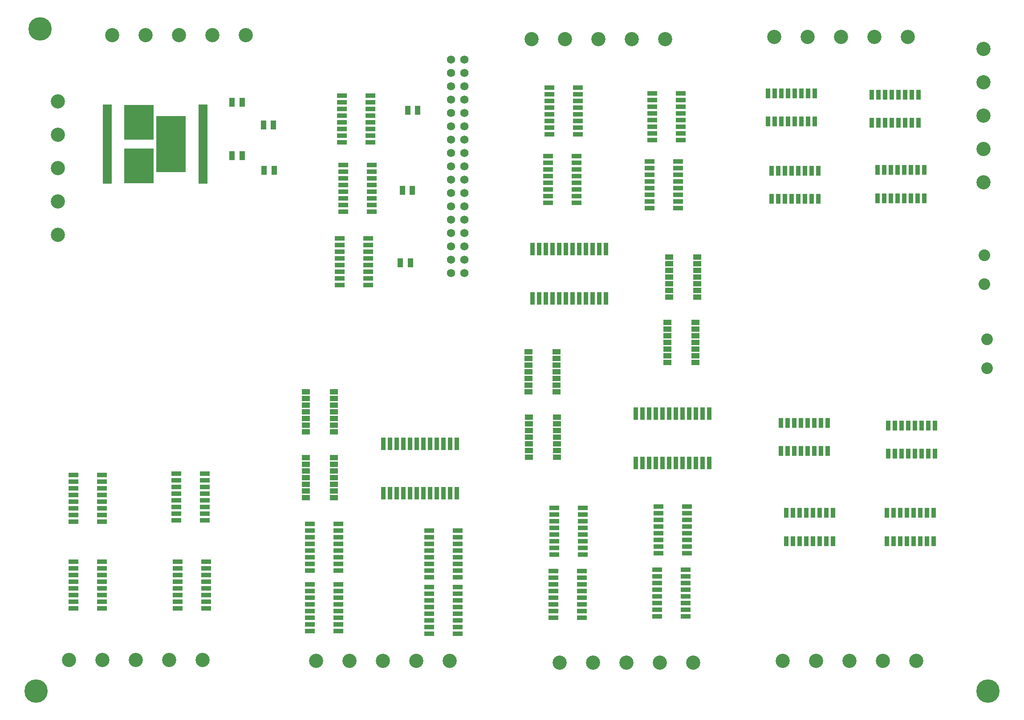
<source format=gbs>
G04 #@! TF.FileFunction,Soldermask,Bot*
%FSLAX46Y46*%
G04 Gerber Fmt 4.6, Leading zero omitted, Abs format (unit mm)*
G04 Created by KiCad (PCBNEW 4.0.2-stable) date Mon 18 Apr 2016 07:01:49 PM CST*
%MOMM*%
G01*
G04 APERTURE LIST*
%ADD10C,0.100000*%
%ADD11R,5.650000X6.630000*%
%ADD12R,5.650000X10.700000*%
%ADD13R,1.700000X1.065000*%
%ADD14C,1.557000*%
%ADD15R,1.100000X1.700000*%
%ADD16C,2.700000*%
%ADD17C,2.220000*%
%ADD18R,1.900000X0.950000*%
%ADD19R,0.950000X2.350000*%
%ADD20R,1.580000X0.980000*%
%ADD21R,0.950000X1.900000*%
%ADD22C,4.464000*%
G04 APERTURE END LIST*
D10*
D11*
X38225000Y-55727000D03*
X38225000Y-47397000D03*
D12*
X44325000Y-51562000D03*
D13*
X50375000Y-44562000D03*
X50375000Y-45562000D03*
X50375000Y-46562000D03*
X50375000Y-47562000D03*
X50375000Y-48562000D03*
X50375000Y-49562000D03*
X50375000Y-50562000D03*
X50375000Y-51562000D03*
X50375000Y-52562000D03*
X50375000Y-53562000D03*
X50375000Y-54562000D03*
X50375000Y-55562000D03*
X50375000Y-56562000D03*
X50375000Y-57562000D03*
X50375000Y-58562000D03*
X32175000Y-58562000D03*
X32175000Y-57562000D03*
X32175000Y-56562000D03*
X32175000Y-55562000D03*
X32175000Y-54562000D03*
X32175000Y-53562000D03*
X32175000Y-52562000D03*
X32175000Y-51562000D03*
X32175000Y-50562000D03*
X32175000Y-49562000D03*
X32175000Y-48562000D03*
X32175000Y-47562000D03*
X32175000Y-46562000D03*
X32175000Y-45562000D03*
X32175000Y-44562000D03*
D14*
X100076000Y-76073000D03*
X97536000Y-76073000D03*
X100076000Y-73533000D03*
X97536000Y-73533000D03*
X100076000Y-70993000D03*
X97536000Y-70993000D03*
X100076000Y-68453000D03*
X97536000Y-68453000D03*
X100076000Y-65913000D03*
X97536000Y-65913000D03*
X100076000Y-63373000D03*
X97536000Y-63373000D03*
X100076000Y-60833000D03*
X97536000Y-60833000D03*
X100076000Y-58293000D03*
X97536000Y-58293000D03*
X100076000Y-55753000D03*
X97536000Y-55753000D03*
X100076000Y-53213000D03*
X97536000Y-53213000D03*
X100076000Y-50673000D03*
X97536000Y-50673000D03*
X100076000Y-48133000D03*
X97536000Y-48133000D03*
X100076000Y-45593000D03*
X97536000Y-45593000D03*
X100076000Y-43053000D03*
X97536000Y-43053000D03*
X100076000Y-40513000D03*
X97536000Y-40513000D03*
X100076000Y-37973000D03*
X97536000Y-37973000D03*
X100076000Y-35433000D03*
X97536000Y-35433000D03*
D15*
X62042000Y-56515000D03*
X63942000Y-56515000D03*
X55946000Y-43561000D03*
X57846000Y-43561000D03*
X61915000Y-47879000D03*
X63815000Y-47879000D03*
D16*
X160655000Y-149937000D03*
X167005000Y-149937000D03*
X173355000Y-149937000D03*
X179705000Y-149937000D03*
X186055000Y-149937000D03*
X50292000Y-149783000D03*
X43942000Y-149783000D03*
X37592000Y-149783000D03*
X31242000Y-149783000D03*
X24892000Y-149783000D03*
X71882000Y-149937000D03*
X78232000Y-149937000D03*
X84582000Y-149937000D03*
X90932000Y-149937000D03*
X97282000Y-149937000D03*
X22810000Y-68834000D03*
X22810000Y-62484000D03*
X22810000Y-56134000D03*
X22810000Y-49784000D03*
X22810000Y-43434000D03*
X33147000Y-30811000D03*
X39497000Y-30811000D03*
X45847000Y-30811000D03*
X52197000Y-30811000D03*
X58547000Y-30811000D03*
D17*
X199517000Y-88690000D03*
X199517000Y-94190000D03*
X199009000Y-78188000D03*
X199009000Y-72688000D03*
D16*
X118237000Y-150318000D03*
X124587000Y-150318000D03*
X130937000Y-150318000D03*
X137287000Y-150318000D03*
X143637000Y-150318000D03*
X112903000Y-31573000D03*
X119253000Y-31573000D03*
X125603000Y-31573000D03*
X131953000Y-31573000D03*
X138303000Y-31573000D03*
D18*
X81821000Y-69469000D03*
X81821000Y-70739000D03*
X81821000Y-72009000D03*
X81821000Y-73279000D03*
X81821000Y-74549000D03*
X81821000Y-75819000D03*
X81821000Y-77089000D03*
X81821000Y-78359000D03*
X76421000Y-78359000D03*
X76421000Y-77089000D03*
X76421000Y-75819000D03*
X76421000Y-74549000D03*
X76421000Y-73279000D03*
X76421000Y-72009000D03*
X76421000Y-70739000D03*
X76421000Y-69469000D03*
X82202000Y-42291000D03*
X82202000Y-43561000D03*
X82202000Y-44831000D03*
X82202000Y-46101000D03*
X82202000Y-47371000D03*
X82202000Y-48641000D03*
X82202000Y-49911000D03*
X82202000Y-51181000D03*
X76802000Y-51181000D03*
X76802000Y-49911000D03*
X76802000Y-48641000D03*
X76802000Y-47371000D03*
X76802000Y-46101000D03*
X76802000Y-44831000D03*
X76802000Y-43561000D03*
X76802000Y-42291000D03*
X82456000Y-55499000D03*
X82456000Y-56769000D03*
X82456000Y-58039000D03*
X82456000Y-59309000D03*
X82456000Y-60579000D03*
X82456000Y-61849000D03*
X82456000Y-63119000D03*
X82456000Y-64389000D03*
X77056000Y-64389000D03*
X77056000Y-63119000D03*
X77056000Y-61849000D03*
X77056000Y-60579000D03*
X77056000Y-59309000D03*
X77056000Y-58039000D03*
X77056000Y-56769000D03*
X77056000Y-55499000D03*
D16*
X159004000Y-31192000D03*
X165354000Y-31192000D03*
X171704000Y-31192000D03*
X178054000Y-31192000D03*
X184404000Y-31192000D03*
X198832000Y-58801000D03*
X198832000Y-52451000D03*
X198832000Y-46101000D03*
X198832000Y-39751000D03*
X198832000Y-33401000D03*
D15*
X89347000Y-45085000D03*
X91247000Y-45085000D03*
X87950000Y-74168000D03*
X89850000Y-74168000D03*
X88331000Y-60325000D03*
X90231000Y-60325000D03*
X55946000Y-53721000D03*
X57846000Y-53721000D03*
D19*
X127017000Y-80900000D03*
X125747000Y-80900000D03*
X124477000Y-80900000D03*
X123207000Y-80900000D03*
X121937000Y-80900000D03*
X120667000Y-80900000D03*
X119397000Y-80900000D03*
X118127000Y-80900000D03*
X116857000Y-80900000D03*
X115587000Y-80900000D03*
X114317000Y-80900000D03*
X113047000Y-80900000D03*
X113047000Y-71500000D03*
X114317000Y-71500000D03*
X115587000Y-71500000D03*
X116857000Y-71500000D03*
X118127000Y-71500000D03*
X119397000Y-71500000D03*
X120667000Y-71500000D03*
X121937000Y-71500000D03*
X123207000Y-71500000D03*
X124477000Y-71500000D03*
X125747000Y-71500000D03*
X127017000Y-71500000D03*
D20*
X144011000Y-85471000D03*
X144011000Y-86741000D03*
X144011000Y-88011000D03*
X144011000Y-89281000D03*
X144011000Y-90551000D03*
X144011000Y-91821000D03*
X144011000Y-93091000D03*
X138691000Y-93091000D03*
X138691000Y-91821000D03*
X138691000Y-90551000D03*
X138691000Y-89281000D03*
X138691000Y-88011000D03*
X138691000Y-86741000D03*
X138691000Y-85471000D03*
D18*
X116045000Y-62738000D03*
X116045000Y-61468000D03*
X116045000Y-60198000D03*
X116045000Y-58928000D03*
X116045000Y-57658000D03*
X116045000Y-56388000D03*
X116045000Y-55118000D03*
X116045000Y-53848000D03*
X121445000Y-53848000D03*
X121445000Y-55118000D03*
X121445000Y-56388000D03*
X121445000Y-57658000D03*
X121445000Y-58928000D03*
X121445000Y-60198000D03*
X121445000Y-61468000D03*
X121445000Y-62738000D03*
X116299000Y-49657000D03*
X116299000Y-48387000D03*
X116299000Y-47117000D03*
X116299000Y-45847000D03*
X116299000Y-44577000D03*
X116299000Y-43307000D03*
X116299000Y-42037000D03*
X116299000Y-40767000D03*
X121699000Y-40767000D03*
X121699000Y-42037000D03*
X121699000Y-43307000D03*
X121699000Y-44577000D03*
X121699000Y-45847000D03*
X121699000Y-47117000D03*
X121699000Y-48387000D03*
X121699000Y-49657000D03*
X140749000Y-54864000D03*
X140749000Y-56134000D03*
X140749000Y-57404000D03*
X140749000Y-58674000D03*
X140749000Y-59944000D03*
X140749000Y-61214000D03*
X140749000Y-62484000D03*
X140749000Y-63754000D03*
X135349000Y-63754000D03*
X135349000Y-62484000D03*
X135349000Y-61214000D03*
X135349000Y-59944000D03*
X135349000Y-58674000D03*
X135349000Y-57404000D03*
X135349000Y-56134000D03*
X135349000Y-54864000D03*
X141257000Y-41910000D03*
X141257000Y-43180000D03*
X141257000Y-44450000D03*
X141257000Y-45720000D03*
X141257000Y-46990000D03*
X141257000Y-48260000D03*
X141257000Y-49530000D03*
X141257000Y-50800000D03*
X135857000Y-50800000D03*
X135857000Y-49530000D03*
X135857000Y-48260000D03*
X135857000Y-46990000D03*
X135857000Y-45720000D03*
X135857000Y-44450000D03*
X135857000Y-43180000D03*
X135857000Y-41910000D03*
D19*
X132698000Y-102869000D03*
X133968000Y-102869000D03*
X135238000Y-102869000D03*
X136508000Y-102869000D03*
X137778000Y-102869000D03*
X139048000Y-102869000D03*
X140318000Y-102869000D03*
X141588000Y-102869000D03*
X142858000Y-102869000D03*
X144128000Y-102869000D03*
X145398000Y-102869000D03*
X146668000Y-102869000D03*
X146668000Y-112269000D03*
X145398000Y-112269000D03*
X144128000Y-112269000D03*
X142858000Y-112269000D03*
X141588000Y-112269000D03*
X140318000Y-112269000D03*
X139048000Y-112269000D03*
X137778000Y-112269000D03*
X136508000Y-112269000D03*
X135238000Y-112269000D03*
X133968000Y-112269000D03*
X132698000Y-112269000D03*
D20*
X112275000Y-98679000D03*
X112275000Y-97409000D03*
X112275000Y-96139000D03*
X112275000Y-94869000D03*
X112275000Y-93599000D03*
X112275000Y-92329000D03*
X112275000Y-91059000D03*
X117595000Y-91059000D03*
X117595000Y-92329000D03*
X117595000Y-93599000D03*
X117595000Y-94869000D03*
X117595000Y-96139000D03*
X117595000Y-97409000D03*
X117595000Y-98679000D03*
D21*
X161290000Y-121760000D03*
X162560000Y-121760000D03*
X163830000Y-121760000D03*
X165100000Y-121760000D03*
X166370000Y-121760000D03*
X167640000Y-121760000D03*
X168910000Y-121760000D03*
X170180000Y-121760000D03*
X170180000Y-127160000D03*
X168910000Y-127160000D03*
X167640000Y-127160000D03*
X166370000Y-127160000D03*
X165100000Y-127160000D03*
X163830000Y-127160000D03*
X162560000Y-127160000D03*
X161290000Y-127160000D03*
X160274000Y-104615000D03*
X161544000Y-104615000D03*
X162814000Y-104615000D03*
X164084000Y-104615000D03*
X165354000Y-104615000D03*
X166624000Y-104615000D03*
X167894000Y-104615000D03*
X169164000Y-104615000D03*
X169164000Y-110015000D03*
X167894000Y-110015000D03*
X166624000Y-110015000D03*
X165354000Y-110015000D03*
X164084000Y-110015000D03*
X162814000Y-110015000D03*
X161544000Y-110015000D03*
X160274000Y-110015000D03*
X180467000Y-121760000D03*
X181737000Y-121760000D03*
X183007000Y-121760000D03*
X184277000Y-121760000D03*
X185547000Y-121760000D03*
X186817000Y-121760000D03*
X188087000Y-121760000D03*
X189357000Y-121760000D03*
X189357000Y-127160000D03*
X188087000Y-127160000D03*
X186817000Y-127160000D03*
X185547000Y-127160000D03*
X184277000Y-127160000D03*
X183007000Y-127160000D03*
X181737000Y-127160000D03*
X180467000Y-127160000D03*
X180721000Y-105123000D03*
X181991000Y-105123000D03*
X183261000Y-105123000D03*
X184531000Y-105123000D03*
X185801000Y-105123000D03*
X187071000Y-105123000D03*
X188341000Y-105123000D03*
X189611000Y-105123000D03*
X189611000Y-110523000D03*
X188341000Y-110523000D03*
X187071000Y-110523000D03*
X185801000Y-110523000D03*
X184531000Y-110523000D03*
X183261000Y-110523000D03*
X181991000Y-110523000D03*
X180721000Y-110523000D03*
D20*
X144392000Y-73025000D03*
X144392000Y-74295000D03*
X144392000Y-75565000D03*
X144392000Y-76835000D03*
X144392000Y-78105000D03*
X144392000Y-79375000D03*
X144392000Y-80645000D03*
X139072000Y-80645000D03*
X139072000Y-79375000D03*
X139072000Y-78105000D03*
X139072000Y-76835000D03*
X139072000Y-75565000D03*
X139072000Y-74295000D03*
X139072000Y-73025000D03*
D19*
X84692000Y-108584000D03*
X85962000Y-108584000D03*
X87232000Y-108584000D03*
X88502000Y-108584000D03*
X89772000Y-108584000D03*
X91042000Y-108584000D03*
X92312000Y-108584000D03*
X93582000Y-108584000D03*
X94852000Y-108584000D03*
X96122000Y-108584000D03*
X97392000Y-108584000D03*
X98662000Y-108584000D03*
X98662000Y-117984000D03*
X97392000Y-117984000D03*
X96122000Y-117984000D03*
X94852000Y-117984000D03*
X93582000Y-117984000D03*
X92312000Y-117984000D03*
X91042000Y-117984000D03*
X89772000Y-117984000D03*
X88502000Y-117984000D03*
X87232000Y-117984000D03*
X85962000Y-117984000D03*
X84692000Y-117984000D03*
D20*
X69984000Y-106299000D03*
X69984000Y-105029000D03*
X69984000Y-103759000D03*
X69984000Y-102489000D03*
X69984000Y-101219000D03*
X69984000Y-99949000D03*
X69984000Y-98679000D03*
X75304000Y-98679000D03*
X75304000Y-99949000D03*
X75304000Y-101219000D03*
X75304000Y-102489000D03*
X75304000Y-103759000D03*
X75304000Y-105029000D03*
X75304000Y-106299000D03*
D18*
X117061000Y-141732000D03*
X117061000Y-140462000D03*
X117061000Y-139192000D03*
X117061000Y-137922000D03*
X117061000Y-136652000D03*
X117061000Y-135382000D03*
X117061000Y-134112000D03*
X117061000Y-132842000D03*
X122461000Y-132842000D03*
X122461000Y-134112000D03*
X122461000Y-135382000D03*
X122461000Y-136652000D03*
X122461000Y-137922000D03*
X122461000Y-139192000D03*
X122461000Y-140462000D03*
X122461000Y-141732000D03*
X117188000Y-129667000D03*
X117188000Y-128397000D03*
X117188000Y-127127000D03*
X117188000Y-125857000D03*
X117188000Y-124587000D03*
X117188000Y-123317000D03*
X117188000Y-122047000D03*
X117188000Y-120777000D03*
X122588000Y-120777000D03*
X122588000Y-122047000D03*
X122588000Y-123317000D03*
X122588000Y-124587000D03*
X122588000Y-125857000D03*
X122588000Y-127127000D03*
X122588000Y-128397000D03*
X122588000Y-129667000D03*
X142146000Y-132588000D03*
X142146000Y-133858000D03*
X142146000Y-135128000D03*
X142146000Y-136398000D03*
X142146000Y-137668000D03*
X142146000Y-138938000D03*
X142146000Y-140208000D03*
X142146000Y-141478000D03*
X136746000Y-141478000D03*
X136746000Y-140208000D03*
X136746000Y-138938000D03*
X136746000Y-137668000D03*
X136746000Y-136398000D03*
X136746000Y-135128000D03*
X136746000Y-133858000D03*
X136746000Y-132588000D03*
X142400000Y-120523000D03*
X142400000Y-121793000D03*
X142400000Y-123063000D03*
X142400000Y-124333000D03*
X142400000Y-125603000D03*
X142400000Y-126873000D03*
X142400000Y-128143000D03*
X142400000Y-129413000D03*
X137000000Y-129413000D03*
X137000000Y-128143000D03*
X137000000Y-126873000D03*
X137000000Y-125603000D03*
X137000000Y-124333000D03*
X137000000Y-123063000D03*
X137000000Y-121793000D03*
X137000000Y-120523000D03*
D20*
X112402000Y-111125000D03*
X112402000Y-109855000D03*
X112402000Y-108585000D03*
X112402000Y-107315000D03*
X112402000Y-106045000D03*
X112402000Y-104775000D03*
X112402000Y-103505000D03*
X117722000Y-103505000D03*
X117722000Y-104775000D03*
X117722000Y-106045000D03*
X117722000Y-107315000D03*
X117722000Y-108585000D03*
X117722000Y-109855000D03*
X117722000Y-111125000D03*
D18*
X70706000Y-144272000D03*
X70706000Y-143002000D03*
X70706000Y-141732000D03*
X70706000Y-140462000D03*
X70706000Y-139192000D03*
X70706000Y-137922000D03*
X70706000Y-136652000D03*
X70706000Y-135382000D03*
X76106000Y-135382000D03*
X76106000Y-136652000D03*
X76106000Y-137922000D03*
X76106000Y-139192000D03*
X76106000Y-140462000D03*
X76106000Y-141732000D03*
X76106000Y-143002000D03*
X76106000Y-144272000D03*
X70706000Y-132715000D03*
X70706000Y-131445000D03*
X70706000Y-130175000D03*
X70706000Y-128905000D03*
X70706000Y-127635000D03*
X70706000Y-126365000D03*
X70706000Y-125095000D03*
X70706000Y-123825000D03*
X76106000Y-123825000D03*
X76106000Y-125095000D03*
X76106000Y-126365000D03*
X76106000Y-127635000D03*
X76106000Y-128905000D03*
X76106000Y-130175000D03*
X76106000Y-131445000D03*
X76106000Y-132715000D03*
X98839000Y-135890000D03*
X98839000Y-137160000D03*
X98839000Y-138430000D03*
X98839000Y-139700000D03*
X98839000Y-140970000D03*
X98839000Y-142240000D03*
X98839000Y-143510000D03*
X98839000Y-144780000D03*
X93439000Y-144780000D03*
X93439000Y-143510000D03*
X93439000Y-142240000D03*
X93439000Y-140970000D03*
X93439000Y-139700000D03*
X93439000Y-138430000D03*
X93439000Y-137160000D03*
X93439000Y-135890000D03*
X98839000Y-125095000D03*
X98839000Y-126365000D03*
X98839000Y-127635000D03*
X98839000Y-128905000D03*
X98839000Y-130175000D03*
X98839000Y-131445000D03*
X98839000Y-132715000D03*
X98839000Y-133985000D03*
X93439000Y-133985000D03*
X93439000Y-132715000D03*
X93439000Y-131445000D03*
X93439000Y-130175000D03*
X93439000Y-128905000D03*
X93439000Y-127635000D03*
X93439000Y-126365000D03*
X93439000Y-125095000D03*
D20*
X69984000Y-118872000D03*
X69984000Y-117602000D03*
X69984000Y-116332000D03*
X69984000Y-115062000D03*
X69984000Y-113792000D03*
X69984000Y-112522000D03*
X69984000Y-111252000D03*
X75304000Y-111252000D03*
X75304000Y-112522000D03*
X75304000Y-113792000D03*
X75304000Y-115062000D03*
X75304000Y-116332000D03*
X75304000Y-117602000D03*
X75304000Y-118872000D03*
D18*
X25748000Y-123444000D03*
X25748000Y-122174000D03*
X25748000Y-120904000D03*
X25748000Y-119634000D03*
X25748000Y-118364000D03*
X25748000Y-117094000D03*
X25748000Y-115824000D03*
X25748000Y-114554000D03*
X31148000Y-114554000D03*
X31148000Y-115824000D03*
X31148000Y-117094000D03*
X31148000Y-118364000D03*
X31148000Y-119634000D03*
X31148000Y-120904000D03*
X31148000Y-122174000D03*
X31148000Y-123444000D03*
X25748000Y-139954000D03*
X25748000Y-138684000D03*
X25748000Y-137414000D03*
X25748000Y-136144000D03*
X25748000Y-134874000D03*
X25748000Y-133604000D03*
X25748000Y-132334000D03*
X25748000Y-131064000D03*
X31148000Y-131064000D03*
X31148000Y-132334000D03*
X31148000Y-133604000D03*
X31148000Y-134874000D03*
X31148000Y-136144000D03*
X31148000Y-137414000D03*
X31148000Y-138684000D03*
X31148000Y-139954000D03*
X50706000Y-114300000D03*
X50706000Y-115570000D03*
X50706000Y-116840000D03*
X50706000Y-118110000D03*
X50706000Y-119380000D03*
X50706000Y-120650000D03*
X50706000Y-121920000D03*
X50706000Y-123190000D03*
X45306000Y-123190000D03*
X45306000Y-121920000D03*
X45306000Y-120650000D03*
X45306000Y-119380000D03*
X45306000Y-118110000D03*
X45306000Y-116840000D03*
X45306000Y-115570000D03*
X45306000Y-114300000D03*
X50960000Y-131064000D03*
X50960000Y-132334000D03*
X50960000Y-133604000D03*
X50960000Y-134874000D03*
X50960000Y-136144000D03*
X50960000Y-137414000D03*
X50960000Y-138684000D03*
X50960000Y-139954000D03*
X45560000Y-139954000D03*
X45560000Y-138684000D03*
X45560000Y-137414000D03*
X45560000Y-136144000D03*
X45560000Y-134874000D03*
X45560000Y-133604000D03*
X45560000Y-132334000D03*
X45560000Y-131064000D03*
D21*
X158496000Y-56609000D03*
X159766000Y-56609000D03*
X161036000Y-56609000D03*
X162306000Y-56609000D03*
X163576000Y-56609000D03*
X164846000Y-56609000D03*
X166116000Y-56609000D03*
X167386000Y-56609000D03*
X167386000Y-62009000D03*
X166116000Y-62009000D03*
X164846000Y-62009000D03*
X163576000Y-62009000D03*
X162306000Y-62009000D03*
X161036000Y-62009000D03*
X159766000Y-62009000D03*
X158496000Y-62009000D03*
X157861000Y-41877000D03*
X159131000Y-41877000D03*
X160401000Y-41877000D03*
X161671000Y-41877000D03*
X162941000Y-41877000D03*
X164211000Y-41877000D03*
X165481000Y-41877000D03*
X166751000Y-41877000D03*
X166751000Y-47277000D03*
X165481000Y-47277000D03*
X164211000Y-47277000D03*
X162941000Y-47277000D03*
X161671000Y-47277000D03*
X160401000Y-47277000D03*
X159131000Y-47277000D03*
X157861000Y-47277000D03*
X178689000Y-56482000D03*
X179959000Y-56482000D03*
X181229000Y-56482000D03*
X182499000Y-56482000D03*
X183769000Y-56482000D03*
X185039000Y-56482000D03*
X186309000Y-56482000D03*
X187579000Y-56482000D03*
X187579000Y-61882000D03*
X186309000Y-61882000D03*
X185039000Y-61882000D03*
X183769000Y-61882000D03*
X182499000Y-61882000D03*
X181229000Y-61882000D03*
X179959000Y-61882000D03*
X178689000Y-61882000D03*
X177546000Y-42131000D03*
X178816000Y-42131000D03*
X180086000Y-42131000D03*
X181356000Y-42131000D03*
X182626000Y-42131000D03*
X183896000Y-42131000D03*
X185166000Y-42131000D03*
X186436000Y-42131000D03*
X186436000Y-47531000D03*
X185166000Y-47531000D03*
X183896000Y-47531000D03*
X182626000Y-47531000D03*
X181356000Y-47531000D03*
X180086000Y-47531000D03*
X178816000Y-47531000D03*
X177546000Y-47531000D03*
D22*
X19431000Y-29591000D03*
X199644000Y-155702000D03*
X18669000Y-155702000D03*
M02*

</source>
